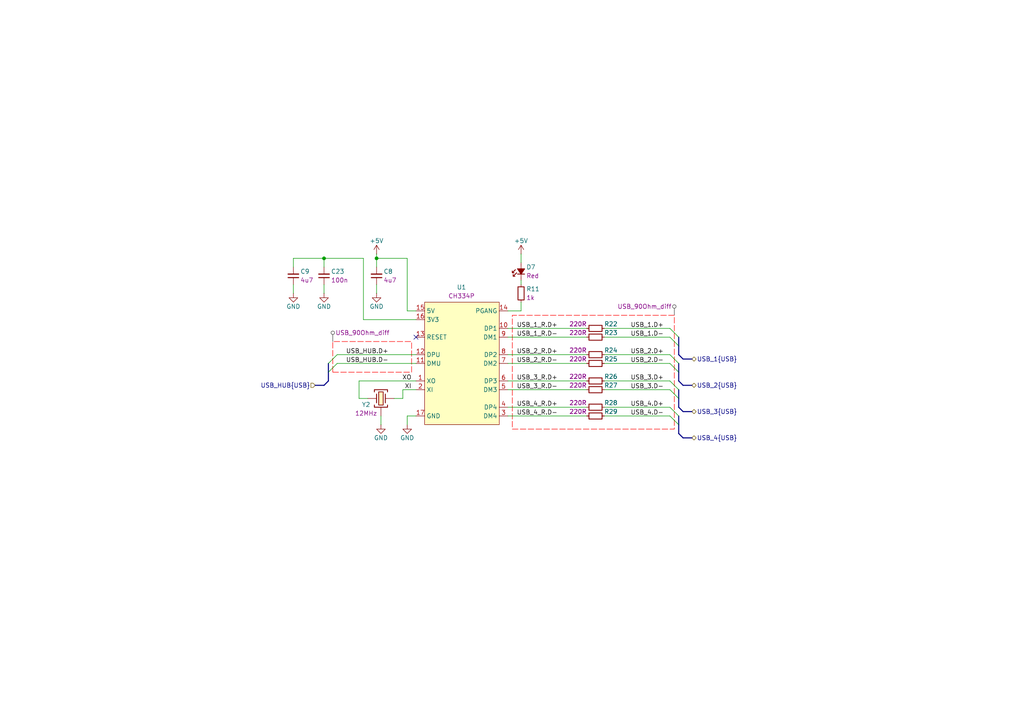
<source format=kicad_sch>
(kicad_sch (version 20250114) (generator "eeschema") (generator_version "9.0")
  (paper "A4")
  (title_block (title "ModuCard CM5 module") (date "2025-07-05") (rev "1.0.0") (company "KoNaR") (comment 1 "Project author: Dominik Pluta"))
  (lib_symbols
    (symbol "DW-ICs:CH334P"
      (property "Reference" "U" (at 38.1 0 0))
      (property "MPN" "CH334P" (at 38.1 -15.24 0))
      (symbol "CH334P_1_1"
        (rectangle (start 2.54 2.54) (end 24.13 -33.02) (fill (type background)))
        (pin power_in line (at 0 0 0) (length 2.54) (name "5V") (number "15"))
        (pin passive line (at 0 -2.54 0) (length 2.54) (name "3V3") (number "16"))
        (pin input line (at 0 -7.62 0) (length 2.54) (name "RESET") (number "13"))
        (pin bidirectional line (at 0 -12.7 0) (length 2.54) (name "DPU") (number "12"))
        (pin bidirectional line (at 0 -15.24 0) (length 2.54) (name "DMU") (number "11"))
        (pin output line (at 0 -20.32 0) (length 2.54) (name "XO") (number "1"))
        (pin input line (at 0 -22.86 0) (length 2.54) (name "XI") (number "2"))
        (pin power_in line (at 0 -30.48 0) (length 2.54) (name "GND") (number "17"))
        (pin bidirectional line (at 26.67 0 180) (length 2.54) (name "PGANG") (number "14"))
        (pin bidirectional line (at 26.67 -5.08 180) (length 2.54) (name "DP1") (number "10"))
        (pin bidirectional line (at 26.67 -7.62 180) (length 2.54) (name "DM1") (number "9"))
        (pin bidirectional line (at 26.67 -12.7 180) (length 2.54) (name "DP2") (number "8"))
        (pin bidirectional line (at 26.67 -15.24 180) (length 2.54) (name "DM2") (number "7"))
        (pin bidirectional line (at 26.67 -20.32 180) (length 2.54) (name "DP3") (number "6"))
        (pin bidirectional line (at 26.67 -22.86 180) (length 2.54) (name "DM3") (number "5"))
        (pin bidirectional line (at 26.67 -27.94 180) (length 2.54) (name "DP4") (number "4"))
        (pin bidirectional line (at 26.67 -30.48 180) (length 2.54) (name "DM4") (number "3"))
      )
    )
    (symbol "DW-capacitors:C-100n-0402" (pin_numbers (hide yes)) (pin_names (hide yes))
      (property "Reference" "C" (at 12.7 0 0))
      (property "Val" "100n" (at 12.7 -20.32 0))
      (symbol "C-100n-0402_0_1"
        (polyline (pts (xy 2.032 -1.524) (xy 2.032 1.524)) (stroke (width 0.3048)))
        (polyline (pts (xy 3.048 -1.524) (xy 3.048 1.524)) (stroke (width 0.3302)))
      )
      (symbol "C-100n-0402_1_1"
        (pin passive line (at 0 0 0) (length 2.032) (name "~") (number "1"))
        (pin passive line (at 5.08 0 180) (length 2.032) (name "~") (number "2"))
      )
    )
    (symbol "DW-capacitors:C-4u7-0402" (pin_numbers (hide yes)) (pin_names (hide yes))
      (property "Reference" "C" (at 12.7 0 0))
      (property "Val" "4u7" (at 12.7 -20.32 0))
      (symbol "C-4u7-0402_0_1"
        (polyline (pts (xy 2.032 -1.524) (xy 2.032 1.524)) (stroke (width 0.3048)))
        (polyline (pts (xy 3.048 -1.524) (xy 3.048 1.524)) (stroke (width 0.3302)))
      )
      (symbol "C-4u7-0402_1_1"
        (pin passive line (at 0 0 0) (length 2.032) (name "~") (number "1"))
        (pin passive line (at 5.08 0 180) (length 2.032) (name "~") (number "2"))
      )
    )
    (symbol "DW-crystals:Crystal_12MHz_X322512MSB4SI" (pin_numbers (hide yes)) (pin_names (hide yes))
      (property "Reference" "Y" (at 16.51 0 0))
      (property "Frequency" "12MHz" (at 16.51 -20.32 0))
      (symbol "Crystal_12MHz_X322512MSB4SI_1_1"
        (polyline (pts (xy 1.905 1.905) (xy 1.905 2.54) (xy 5.715 2.54) (xy 5.715 1.905)) (stroke (width 0.254)))
        (polyline (pts (xy 1.905 -1.905) (xy 1.905 -2.54) (xy 5.715 -2.54) (xy 5.715 -1.905)) (stroke (width 0.254)))
        (polyline (pts (xy 2.54 1.27) (xy 2.54 -1.27)) (stroke (width 0.254)) (fill (type background)))
        (rectangle (start 3.175 1.905) (end 4.445 -1.905) (stroke (width 0.254)) (fill (type background)))
        (polyline (pts (xy 5.08 1.27) (xy 5.08 -1.27)) (stroke (width 0.254)) (fill (type background)))
        (pin passive line (at 0 0 0) (length 2.54) (name "~") (number "1"))
        (pin passive line (at 3.81 -5.08 90) (length 2.54) (name "SH") (number "2"))
        (pin passive line (at 3.81 -5.08 90) (length 2.54) (hide yes) (name "SH") (number "4"))
        (pin passive line (at 7.62 0 180) (length 2.54) (name "~") (number "3"))
      )
    )
    (symbol "DW-diodes:LED-R-0603_KT-0603R" (pin_numbers (hide yes)) (pin_names (hide yes))
      (property "Reference" "D" (at 12.7 0 0))
      (property "Color" "Red" (at 12.7 -20.32 0))
      (symbol "LED-R-0603_KT-0603R_0_1"
        (polyline (pts (xy 1.905 0) (xy 0.635 0)))
        (polyline (pts (xy 4.445 0) (xy 3.175 0)))
      )
      (symbol "LED-R-0603_KT-0603R_1_1"
        (polyline (pts (xy 1.143 2.286) (xy 1.143 1.778) (xy 1.143 2.286) (xy 1.651 2.286) (xy 1.143 2.286) (xy 2.159 1.27)) (stroke (width 0.254)))
        (polyline (pts (xy 1.778 1.016) (xy 1.778 -1.016)) (stroke (width 0.254)))
        (polyline (pts (xy 2.159 2.54) (xy 2.159 2.032) (xy 2.159 2.54) (xy 2.667 2.54) (xy 2.159 2.54) (xy 3.048 1.651)) (stroke (width 0.254)))
        (polyline (pts (xy 3.302 1.016) (xy 3.302 -1.016) (xy 1.778 0) (xy 3.302 1.016)) (stroke (width 0.254)) (fill (type outline)))
        (pin passive line (at 0 0 0) (length 0.635) (name "C") (number "1"))
        (pin passive line (at 5.08 0 180) (length 0.635) (name "A") (number "2"))
      )
    )
    (symbol "DW-power-symbols:+5V" (power) (pin_numbers (hide yes)) (pin_names (offset 0) (hide yes))
      (property "Value" "+5V" (at 0 3.556 0))
      (symbol "+5V_0_1"
        (polyline (pts (xy -0.762 1.27) (xy 0 2.54)))
        (polyline (pts (xy 0 2.54) (xy 0.762 1.27)))
        (polyline (pts (xy 0 0) (xy 0 2.54)))
      )
      (symbol "+5V_1_1"
        (pin power_in line (at 0 0 90) (length 0) (name "~") (number "1"))
      )
    )
    (symbol "DW-power-symbols:GND" (power) (pin_numbers (hide yes)) (pin_names (offset 0) (hide yes))
      (property "Value" "GND" (at 0 -3.81 0))
      (symbol "GND_0_1"
        (polyline (pts (xy 0 0) (xy 0 -1.27) (xy 1.27 -1.27) (xy 0 -2.54) (xy -1.27 -1.27) (xy 0 -1.27)))
      )
      (symbol "GND_1_1"
        (pin power_in line (at 0 0 270) (length 0) (name "~") (number "1"))
      )
    )
    (symbol "DW-resistors:R-1k-0402" (pin_numbers (hide yes)) (pin_names (offset 0) (hide yes))
      (property "Reference" "R" (at 12.7 0 0))
      (property "Val" "1k" (at 12.7 -20.32 0))
      (symbol "R-1k-0402_0_1"
        (rectangle (start 0.635 0.889) (end 4.445 -0.889) (stroke (width 0.254)))
      )
      (symbol "R-1k-0402_1_1"
        (pin passive line (at 0 0 0) (length 0.635) (name "~") (number "1"))
        (pin passive line (at 5.08 0 180) (length 0.635) (name "~") (number "2"))
      )
    )
    (symbol "DW-resistors:R-220r-0402" (pin_numbers (hide yes)) (pin_names (offset 0) (hide yes))
      (property "Reference" "R" (at 12.7 0 0))
      (property "Val" "220R" (at 12.7 -20.32 0))
      (symbol "R-220r-0402_0_1"
        (rectangle (start 0.635 0.889) (end 4.445 -0.889) (stroke (width 0.254)))
      )
      (symbol "R-220r-0402_1_1"
        (pin passive line (at 0 0 0) (length 0.635) (name "~") (number "1"))
        (pin passive line (at 5.08 0 180) (length 0.635) (name "~") (number "2"))
      )
    )
  )
  (junction (at 93.98 74.93))
  (junction (at 109.22 74.93))
  (no_connect (at 120.65 97.79))
  (bus_entry (at 95.25 105.41) (size 2.54 -2.54))
  (bus_entry (at 194.31 105.41) (size 2.54 2.54))
  (bus_entry (at 194.31 118.11) (size 2.54 2.54))
  (bus_entry (at 194.31 110.49) (size 2.54 2.54))
  (bus_entry (at 194.31 120.65) (size 2.54 2.54))
  (bus_entry (at 194.31 95.25) (size 2.54 2.54))
  (bus_entry (at 95.25 107.95) (size 2.54 -2.54))
  (bus_entry (at 194.31 102.87) (size 2.54 2.54))
  (bus_entry (at 194.31 97.79) (size 2.54 2.54))
  (bus_entry (at 194.31 113.03) (size 2.54 2.54))
  (wire (pts (xy 120.65 92.71) (xy 105.41 92.71)))
  (wire (pts (xy 85.09 82.55) (xy 85.09 85.09)))
  (wire (pts (xy 104.14 110.49) (xy 120.65 110.49)))
  (bus (pts (xy 93.98 111.76) (xy 91.44 111.76)))
  (wire (pts (xy 110.49 120.65) (xy 110.49 123.19)))
  (wire (pts (xy 109.22 82.55) (xy 109.22 85.09)))
  (wire (pts (xy 170.18 120.65) (xy 147.32 120.65)))
  (wire (pts (xy 170.18 95.25) (xy 147.32 95.25)))
  (wire (pts (xy 85.09 74.93) (xy 85.09 77.47)))
  (wire (pts (xy 120.65 105.41) (xy 97.79 105.41)))
  (wire (pts (xy 175.26 102.87) (xy 194.31 102.87)))
  (bus (pts (xy 196.85 115.57) (xy 196.85 118.11)))
  (wire (pts (xy 116.84 115.57) (xy 116.84 113.03)))
  (wire (pts (xy 93.98 82.55) (xy 93.98 85.09)))
  (bus (pts (xy 95.25 105.41) (xy 95.25 107.95)))
  (bus (pts (xy 196.85 107.95) (xy 196.85 110.49)))
  (bus (pts (xy 200.66 127) (xy 198.12 127)))
  (wire (pts (xy 170.18 118.11) (xy 147.32 118.11)))
  (bus (pts (xy 196.85 100.33) (xy 196.85 102.87)))
  (wire (pts (xy 109.22 73.66) (xy 109.22 74.93)))
  (wire (pts (xy 118.11 123.19) (xy 118.11 120.65)))
  (wire (pts (xy 105.41 92.71) (xy 105.41 74.93)))
  (wire (pts (xy 118.11 120.65) (xy 120.65 120.65)))
  (wire (pts (xy 120.65 102.87) (xy 97.79 102.87)))
  (wire (pts (xy 170.18 110.49) (xy 147.32 110.49)))
  (bus (pts (xy 200.66 111.76) (xy 198.12 111.76)))
  (bus (pts (xy 196.85 125.73) (xy 198.12 127)))
  (wire (pts (xy 104.14 110.49) (xy 104.14 115.57)))
  (wire (pts (xy 105.41 74.93) (xy 93.98 74.93)))
  (wire (pts (xy 118.11 90.17) (xy 118.11 74.93)))
  (wire (pts (xy 116.84 113.03) (xy 120.65 113.03)))
  (wire (pts (xy 170.18 105.41) (xy 147.32 105.41)))
  (bus (pts (xy 196.85 97.79) (xy 196.85 100.33)))
  (wire (pts (xy 114.3 115.57) (xy 116.84 115.57)))
  (bus (pts (xy 200.66 104.14) (xy 198.12 104.14)))
  (wire (pts (xy 151.13 82.55) (xy 151.13 81.28)))
  (wire (pts (xy 151.13 87.63) (xy 151.13 90.17)))
  (wire (pts (xy 175.26 113.03) (xy 194.31 113.03)))
  (wire (pts (xy 93.98 74.93) (xy 93.98 77.47)))
  (bus (pts (xy 93.98 111.76) (xy 95.25 110.49)))
  (bus (pts (xy 196.85 123.19) (xy 196.85 125.73)))
  (bus (pts (xy 196.85 113.03) (xy 196.85 115.57)))
  (wire (pts (xy 120.65 90.17) (xy 118.11 90.17)))
  (bus (pts (xy 196.85 110.49) (xy 198.12 111.76)))
  (wire (pts (xy 170.18 102.87) (xy 147.32 102.87)))
  (bus (pts (xy 95.25 107.95) (xy 95.25 110.49)))
  (bus (pts (xy 200.66 119.38) (xy 198.12 119.38)))
  (bus (pts (xy 196.85 105.41) (xy 196.85 107.95)))
  (wire (pts (xy 175.26 95.25) (xy 194.31 95.25)))
  (wire (pts (xy 109.22 74.93) (xy 109.22 77.47)))
  (wire (pts (xy 104.14 115.57) (xy 106.68 115.57)))
  (wire (pts (xy 175.26 120.65) (xy 194.31 120.65)))
  (wire (pts (xy 85.09 74.93) (xy 93.98 74.93)))
  (wire (pts (xy 175.26 110.49) (xy 194.31 110.49)))
  (wire (pts (xy 175.26 105.41) (xy 194.31 105.41)))
  (wire (pts (xy 170.18 97.79) (xy 147.32 97.79)))
  (bus (pts (xy 196.85 118.11) (xy 198.12 119.38)))
  (wire (pts (xy 175.26 118.11) (xy 194.31 118.11)))
  (bus (pts (xy 196.85 120.65) (xy 196.85 123.19)))
  (wire (pts (xy 151.13 90.17) (xy 147.32 90.17)))
  (wire (pts (xy 118.11 74.93) (xy 109.22 74.93)))
  (wire (pts (xy 151.13 76.2) (xy 151.13 73.66)))
  (bus (pts (xy 196.85 102.87) (xy 198.12 104.14)))
  (wire (pts (xy 170.18 113.03) (xy 147.32 113.03)))
  (wire (pts (xy 175.26 97.79) (xy 194.31 97.79)))
  (label "USB_1_R.D-" (at 149.86 97.79 0))
  (label "USB_4_R.D-" (at 149.86 120.65 0))
  (label "USB_1.D+" (at 182.88 95.25 0))
  (label "USB_1.D-" (at 182.88 97.79 0))
  (label "USB_2.D-" (at 182.88 105.41 0))
  (label "XI" (at 119.38 113.03 180))
  (label "XO" (at 119.38 110.49 180))
  (label "USB_3_R.D-" (at 149.86 113.03 0))
  (label "USB_4_R.D+" (at 149.86 118.11 0))
  (label "USB_1_R.D+" (at 149.86 95.25 0))
  (label "USB_4.D-" (at 182.88 120.65 0))
  (label "USB_4.D+" (at 182.88 118.11 0))
  (label "USB_2_R.D-" (at 149.86 105.41 0))
  (label "USB_HUB.D-" (at 100.33 105.41 0))
  (label "USB_3.D-" (at 182.88 113.03 0))
  (label "USB_HUB.D+" (at 100.33 102.87 0))
  (label "USB_2.D+" (at 182.88 102.87 0))
  (label "USB_3_R.D+" (at 149.86 110.49 0))
  (label "USB_2_R.D+" (at 149.86 102.87 0))
  (label "USB_3.D+" (at 182.88 110.49 0))
  (hierarchical_label "USB_4{USB}" (shape bidirectional) (at 200.66 127 0))
  (hierarchical_label "USB_3{USB}" (shape bidirectional) (at 200.66 119.38 0))
  (hierarchical_label "USB_HUB{USB}" (shape input) (at 91.44 111.76 180))
  (hierarchical_label "USB_1{USB}" (shape bidirectional) (at 200.66 104.14 0))
  (hierarchical_label "USB_2{USB}" (shape bidirectional) (at 200.66 111.76 0))
  (rule_area (polyline (pts (xy 148.59 124.46) (xy 195.58 124.46) (xy 195.58 91.44) (xy 148.59 91.44)) (stroke (width 0) (type dash))))
  (rule_area (polyline (pts (xy 96.52 107.95) (xy 119.38 107.95) (xy 119.38 99.06) (xy 96.52 99.06)) (stroke (width 0) (type dash))))
  (netclass_flag "" (length 2.54) (shape round) (at 96.52 99.06 0) (property "Netclass" "USB_90Ohm_diff" (at 97.282 96.52 0) (effects (justify left))))
  (netclass_flag "" (length 2.54) (shape round) (at 195.58 91.44 0) (property "Netclass" "USB_90Ohm_diff" (at 194.818 88.9 0) (effects (justify right))))
  (symbol (lib_id "DW-diodes:LED-R-0603_KT-0603R") (at 151.13 81.28 90) (unit 1)
    (property "Reference" "D7" (at 152.654 77.47 90) (effects (justify right)))
    (property "Value" "LED-R-0603_KT-0603R" (effects (hide yes)))
    (property "Footprint" "DW-footprints:LED_0603_1608Metric_R" (effects (hide yes)))
    (property "Datasheet" "https://lcsc.com/datasheet/lcsc_datasheet_2507101606_Hubei-KENTO-Elec-KT-0603R_C2286.pdf" (effects (hide yes)))
    (property "Description" "-40℃~+85℃ Red 0603 LED Indication - Discrete ROHS" (effects (hide yes)))
    (property "Manufacturer" "Hubei KENTO Elec" (effects (hide yes)))
    (property "MPN" "KT-0603R" (effects (hide yes)))
    (property "LCSC" "C2286" (effects (hide yes)))
    (property "Color" "Red" (at 152.654 80.01 90) (effects (justify right)))
    (property "Forward voltage" "1.8V-2.4V " (effects (hide yes)))
  )
  (symbol (lib_id "DW-ICs:CH334P") (at 120.65 90.17 0) (unit 1)
    (property "Reference" "U1" (at 133.858 83.312 0))
    (property "Value" "CH334P" (effects (hide yes)))
    (property "Footprint" "DW-footprints:QFN-16-1EP_3x3mm_P0.5mm_EP1.75x1.75mm" (effects (hide yes)))
    (property "Datasheet" "https://lcsc.com/datasheet/lcsc_datasheet_2408131044_WCH-Jiangsu-Qin-Heng-CH334P_C5373042.pdf" (effects (hide yes)))
    (property "Description" "4 Port USB Hub with MTT" (effects (hide yes)))
    (property "Manufacturer" "WCH" (effects (hide yes)))
    (property "MPN" "CH334P" (at 133.858 85.852 0))
    (property "LCSC" "C5373042" (effects (hide yes)))
  )
  (symbol (lib_id "DW-resistors:R-220r-0402") (at 175.26 102.87 0) (mirror y) (unit 1)
    (property "Reference" "R24" (at 175.26 101.6 0) (effects (justify right)))
    (property "Value" "R-220r-0402" (effects (hide yes)))
    (property "Footprint" "DW-footprints:R_0402_1005Metric" (effects (hide yes)))
    (property "Datasheet" "https://lcsc.com/datasheet/lcsc_datasheet_2411221126_UNI-ROYAL-0402WGF220JTCE_C25092.pdf" (effects (hide yes)))
    (property "Description" "62.5mW Thick Film Resistor 50V ±1% ±100ppm/℃ 22Ω 0402 Chip Resistor - Surface Mount ROHS" (effects (hide yes)))
    (property "Manufacturer" "UNI-ROYAL(Uniroyal Elec)" (effects (hide yes)))
    (property "MPN" "0402WGF220JTCE" (effects (hide yes)))
    (property "LCSC" "C25092" (effects (hide yes)))
    (property "Val" "220R" (at 170.18 101.6 0) (effects (justify left)))
    (property "Tolerance" "1%" (effects (hide yes)))
  )
  (symbol (lib_id "DW-power-symbols:GND") (at 85.09 85.09 0) (unit 1)
    (property "Reference" "#PWR062" (effects (hide yes)))
    (property "Value" "GND" (at 85.09 88.9 0))
    (property "Description" "Power symbol creates a global label with name \"GND\" , ground" (effects (hide yes)))
  )
  (symbol (lib_id "DW-power-symbols:GND") (at 110.49 123.19 0) (mirror y) (unit 1)
    (property "Reference" "#PWR058" (effects (hide yes)))
    (property "Value" "GND" (at 110.49 127 0))
    (property "Description" "Power symbol creates a global label with name \"GND\" , ground" (effects (hide yes)))
  )
  (symbol (lib_id "DW-power-symbols:GND") (at 93.98 85.09 0) (unit 1)
    (property "Reference" "#PWR059" (effects (hide yes)))
    (property "Value" "GND" (at 93.98 88.9 0))
    (property "Description" "Power symbol creates a global label with name \"GND\" , ground" (effects (hide yes)))
  )
  (symbol (lib_id "DW-power-symbols:GND") (at 118.11 123.19 0) (unit 1)
    (property "Reference" "#PWR049" (effects (hide yes)))
    (property "Value" "GND" (at 118.11 127 0))
    (property "Description" "Power symbol creates a global label with name \"GND\" , ground" (effects (hide yes)))
  )
  (symbol (lib_id "DW-resistors:R-220r-0402") (at 175.26 97.79 0) (mirror y) (unit 1)
    (property "Reference" "R23" (at 175.26 96.52 0) (effects (justify right)))
    (property "Value" "R-220r-0402" (effects (hide yes)))
    (property "Footprint" "DW-footprints:R_0402_1005Metric" (effects (hide yes)))
    (property "Datasheet" "https://lcsc.com/datasheet/lcsc_datasheet_2411221126_UNI-ROYAL-0402WGF220JTCE_C25092.pdf" (effects (hide yes)))
    (property "Description" "62.5mW Thick Film Resistor 50V ±1% ±100ppm/℃ 22Ω 0402 Chip Resistor - Surface Mount ROHS" (effects (hide yes)))
    (property "Manufacturer" "UNI-ROYAL(Uniroyal Elec)" (effects (hide yes)))
    (property "MPN" "0402WGF220JTCE" (effects (hide yes)))
    (property "LCSC" "C25092" (effects (hide yes)))
    (property "Val" "220R" (at 170.18 96.52 0) (effects (justify left)))
    (property "Tolerance" "1%" (effects (hide yes)))
  )
  (symbol (lib_id "DW-resistors:R-1k-0402") (at 151.13 87.63 90) (unit 1)
    (property "Reference" "R11" (at 152.654 83.82 90) (effects (justify right)))
    (property "Value" "R-1k-0402" (effects (hide yes)))
    (property "Footprint" "DW-footprints:R_0402_1005Metric" (effects (hide yes)))
    (property "Datasheet" "https://lcsc.com/datasheet/lcsc_datasheet_2411221126_UNI-ROYAL-Uniroyal-Elec-0402WGF1001TCE_C11702.pdf" (effects (hide yes)))
    (property "Description" "62.5mW Thick Film Resistor 50V ±100ppm/℃ ±1% 1kΩ 0402 Chip Resistor - Surface Mount ROHS" (effects (hide yes)))
    (property "Manufacturer" "UNI-ROYAL(Uniroyal Elec)" (effects (hide yes)))
    (property "MPN" "0402WGF1001TCE" (effects (hide yes)))
    (property "LCSC" "C11702" (effects (hide yes)))
    (property "Val" "1k" (at 152.654 86.36 90) (effects (justify right)))
    (property "Tolerance" "1%" (effects (hide yes)))
  )
  (symbol (lib_id "DW-resistors:R-220r-0402") (at 175.26 118.11 0) (mirror y) (unit 1)
    (property "Reference" "R28" (at 175.26 116.84 0) (effects (justify right)))
    (property "Value" "R-220r-0402" (effects (hide yes)))
    (property "Footprint" "DW-footprints:R_0402_1005Metric" (effects (hide yes)))
    (property "Datasheet" "https://lcsc.com/datasheet/lcsc_datasheet_2411221126_UNI-ROYAL-0402WGF220JTCE_C25092.pdf" (effects (hide yes)))
    (property "Description" "62.5mW Thick Film Resistor 50V ±1% ±100ppm/℃ 22Ω 0402 Chip Resistor - Surface Mount ROHS" (effects (hide yes)))
    (property "Manufacturer" "UNI-ROYAL(Uniroyal Elec)" (effects (hide yes)))
    (property "MPN" "0402WGF220JTCE" (effects (hide yes)))
    (property "LCSC" "C25092" (effects (hide yes)))
    (property "Val" "220R" (at 170.18 116.84 0) (effects (justify left)))
    (property "Tolerance" "1%" (effects (hide yes)))
  )
  (symbol (lib_id "DW-resistors:R-220r-0402") (at 175.26 95.25 0) (mirror y) (unit 1)
    (property "Reference" "R22" (at 175.26 93.98 0) (effects (justify right)))
    (property "Value" "R-220r-0402" (effects (hide yes)))
    (property "Footprint" "DW-footprints:R_0402_1005Metric" (effects (hide yes)))
    (property "Datasheet" "https://lcsc.com/datasheet/lcsc_datasheet_2411221126_UNI-ROYAL-0402WGF220JTCE_C25092.pdf" (effects (hide yes)))
    (property "Description" "62.5mW Thick Film Resistor 50V ±1% ±100ppm/℃ 22Ω 0402 Chip Resistor - Surface Mount ROHS" (effects (hide yes)))
    (property "Manufacturer" "UNI-ROYAL(Uniroyal Elec)" (effects (hide yes)))
    (property "MPN" "0402WGF220JTCE" (effects (hide yes)))
    (property "LCSC" "C25092" (effects (hide yes)))
    (property "Val" "220R" (at 170.18 93.98 0) (effects (justify left)))
    (property "Tolerance" "1%" (effects (hide yes)))
  )
  (symbol (lib_id "DW-resistors:R-220r-0402") (at 175.26 110.49 0) (mirror y) (unit 1)
    (property "Reference" "R26" (at 175.26 109.22 0) (effects (justify right)))
    (property "Value" "R-220r-0402" (effects (hide yes)))
    (property "Footprint" "DW-footprints:R_0402_1005Metric" (effects (hide yes)))
    (property "Datasheet" "https://lcsc.com/datasheet/lcsc_datasheet_2411221126_UNI-ROYAL-0402WGF220JTCE_C25092.pdf" (effects (hide yes)))
    (property "Description" "62.5mW Thick Film Resistor 50V ±1% ±100ppm/℃ 22Ω 0402 Chip Resistor - Surface Mount ROHS" (effects (hide yes)))
    (property "Manufacturer" "UNI-ROYAL(Uniroyal Elec)" (effects (hide yes)))
    (property "MPN" "0402WGF220JTCE" (effects (hide yes)))
    (property "LCSC" "C25092" (effects (hide yes)))
    (property "Val" "220R" (at 170.18 109.22 0) (effects (justify left)))
    (property "Tolerance" "1%" (effects (hide yes)))
  )
  (symbol (lib_id "DW-capacitors:C-100n-0402") (at 93.98 82.55 90) (unit 1)
    (property "Reference" "C23" (at 96.012 78.74 90) (effects (justify right)))
    (property "Value" "C-100n-0402" (effects (hide yes)))
    (property "Footprint" "DW-footprints:C_0402_1005Metric" (effects (hide yes)))
    (property "Datasheet" "https://lcsc.com/datasheet/lcsc_datasheet_2304140030_Samsung-Electro-Mechanics-CL05B104KB54PNC_C307331.pdf" (effects (hide yes)))
    (property "Description" "50V 100nF X7R ±10% 0402 Multilayer Ceramic Capacitors MLCC - SMD/SMT ROHS" (effects (hide yes)))
    (property "Manufacturer" "Samsung Electro-Mechanics" (effects (hide yes)))
    (property "MPN" "CL05B104KB54PNC" (effects (hide yes)))
    (property "LCSC" "C307331" (effects (hide yes)))
    (property "Val" "100n" (at 96.012 81.28 90) (effects (justify right)))
    (property "Tolerance" "10%" (effects (hide yes)))
    (property "Voltage" "50V" (effects (hide yes)))
    (property "Dielectric" "X7R" (effects (hide yes)))
  )
  (symbol (lib_id "DW-capacitors:C-4u7-0402") (at 109.22 82.55 90) (unit 1)
    (property "Reference" "C8" (at 111.252 78.74 90) (effects (justify right)))
    (property "Value" "C-4u7-0402" (effects (hide yes)))
    (property "Footprint" "DW-footprints:C_0402_1005Metric" (effects (hide yes)))
    (property "Datasheet" "https://lcsc.com/datasheet/lcsc_datasheet_2304140030_Samsung-Electro-Mechanics-CL05A475MP5NRNC_C23733.pdf" (effects (hide yes)))
    (property "Description" "10V 4.7uF X5R ±20% 0402 Multilayer Ceramic Capacitors MLCC - SMD/SMT ROHS" (effects (hide yes)))
    (property "Manufacturer" "Samsung Electro-Mechanics" (effects (hide yes)))
    (property "MPN" "CL05A475MP5NRNC" (effects (hide yes)))
    (property "LCSC" "C23733" (effects (hide yes)))
    (property "Val" "4u7" (at 111.252 81.28 90) (effects (justify right)))
    (property "Tolerance" "20%" (effects (hide yes)))
    (property "Voltage" "10V" (effects (hide yes)))
    (property "Dielectric" "X5R" (effects (hide yes)))
  )
  (symbol (lib_id "DW-capacitors:C-4u7-0402") (at 85.09 82.55 90) (unit 1)
    (property "Reference" "C9" (at 87.122 78.74 90) (effects (justify right)))
    (property "Value" "C-4u7-0402" (effects (hide yes)))
    (property "Footprint" "DW-footprints:C_0402_1005Metric" (effects (hide yes)))
    (property "Datasheet" "https://lcsc.com/datasheet/lcsc_datasheet_2304140030_Samsung-Electro-Mechanics-CL05A475MP5NRNC_C23733.pdf" (effects (hide yes)))
    (property "Description" "10V 4.7uF X5R ±20% 0402 Multilayer Ceramic Capacitors MLCC - SMD/SMT ROHS" (effects (hide yes)))
    (property "Manufacturer" "Samsung Electro-Mechanics" (effects (hide yes)))
    (property "MPN" "CL05A475MP5NRNC" (effects (hide yes)))
    (property "LCSC" "C23733" (effects (hide yes)))
    (property "Val" "4u7" (at 87.122 81.28 90) (effects (justify right)))
    (property "Tolerance" "20%" (effects (hide yes)))
    (property "Voltage" "10V" (effects (hide yes)))
    (property "Dielectric" "X5R" (effects (hide yes)))
  )
  (symbol (lib_id "DW-resistors:R-220r-0402") (at 175.26 105.41 0) (mirror y) (unit 1)
    (property "Reference" "R25" (at 175.26 104.14 0) (effects (justify right)))
    (property "Value" "R-220r-0402" (effects (hide yes)))
    (property "Footprint" "DW-footprints:R_0402_1005Metric" (effects (hide yes)))
    (property "Datasheet" "https://lcsc.com/datasheet/lcsc_datasheet_2411221126_UNI-ROYAL-0402WGF220JTCE_C25092.pdf" (effects (hide yes)))
    (property "Description" "62.5mW Thick Film Resistor 50V ±1% ±100ppm/℃ 22Ω 0402 Chip Resistor - Surface Mount ROHS" (effects (hide yes)))
    (property "Manufacturer" "UNI-ROYAL(Uniroyal Elec)" (effects (hide yes)))
    (property "MPN" "0402WGF220JTCE" (effects (hide yes)))
    (property "LCSC" "C25092" (effects (hide yes)))
    (property "Val" "220R" (at 170.18 104.14 0) (effects (justify left)))
    (property "Tolerance" "1%" (effects (hide yes)))
  )
  (symbol (lib_id "DW-power-symbols:+5V") (at 151.13 73.66 0) (unit 1)
    (property "Reference" "#PWR042" (effects (hide yes)))
    (property "Value" "+5V" (at 151.13 69.85 0))
    (property "Description" "Power symbol creates a global label with name \"+5V\"" (effects (hide yes)))
  )
  (symbol (lib_id "DW-resistors:R-220r-0402") (at 175.26 113.03 0) (mirror y) (unit 1)
    (property "Reference" "R27" (at 175.26 111.76 0) (effects (justify right)))
    (property "Value" "R-220r-0402" (effects (hide yes)))
    (property "Footprint" "DW-footprints:R_0402_1005Metric" (effects (hide yes)))
    (property "Datasheet" "https://lcsc.com/datasheet/lcsc_datasheet_2411221126_UNI-ROYAL-0402WGF220JTCE_C25092.pdf" (effects (hide yes)))
    (property "Description" "62.5mW Thick Film Resistor 50V ±1% ±100ppm/℃ 22Ω 0402 Chip Resistor - Surface Mount ROHS" (effects (hide yes)))
    (property "Manufacturer" "UNI-ROYAL(Uniroyal Elec)" (effects (hide yes)))
    (property "MPN" "0402WGF220JTCE" (effects (hide yes)))
    (property "LCSC" "C25092" (effects (hide yes)))
    (property "Val" "220R" (at 170.18 111.76 0) (effects (justify left)))
    (property "Tolerance" "1%" (effects (hide yes)))
  )
  (symbol (lib_id "DW-resistors:R-220r-0402") (at 175.26 120.65 0) (mirror y) (unit 1)
    (property "Reference" "R29" (at 175.26 119.38 0) (effects (justify right)))
    (property "Value" "R-220r-0402" (effects (hide yes)))
    (property "Footprint" "DW-footprints:R_0402_1005Metric" (effects (hide yes)))
    (property "Datasheet" "https://lcsc.com/datasheet/lcsc_datasheet_2411221126_UNI-ROYAL-0402WGF220JTCE_C25092.pdf" (effects (hide yes)))
    (property "Description" "62.5mW Thick Film Resistor 50V ±1% ±100ppm/℃ 22Ω 0402 Chip Resistor - Surface Mount ROHS" (effects (hide yes)))
    (property "Manufacturer" "UNI-ROYAL(Uniroyal Elec)" (effects (hide yes)))
    (property "MPN" "0402WGF220JTCE" (effects (hide yes)))
    (property "LCSC" "C25092" (effects (hide yes)))
    (property "Val" "220R" (at 170.18 119.38 0) (effects (justify left)))
    (property "Tolerance" "1%" (effects (hide yes)))
  )
  (symbol (lib_id "DW-crystals:Crystal_12MHz_X322512MSB4SI") (at 106.68 115.57 0) (unit 1)
    (property "Reference" "Y2" (at 106.172 117.348 0))
    (property "Value" "X322512MSB4SI" (effects (hide yes)))
    (property "Footprint" "DW-footprints:Crystal_SMD_3225-4Pin_3.2x2.5mm" (effects (hide yes)))
    (property "Datasheet" "https://www.lcsc.com/datasheet/lcsc_datasheet_2403291504_YXC-Crystal-Oscillators-X322512MSB4SI_C9002.pdf" (effects (hide yes)))
    (property "Description" "12MHz Surface Mount Crystal 20pF ±10ppm ±20ppm SMD3225-4P Crystals ROHS" (effects (hide yes)))
    (property "Manufacturer" "Yangxing Technology" (effects (hide yes)))
    (property "MPN" "X322512MSB4SI" (effects (hide yes)))
    (property "LCSC" "C9002" (effects (hide yes)))
    (property "Frequency" "12MHz" (at 106.172 119.888 0))
    (property "Frequency Stability" "±30ppm" (effects (hide yes)))
    (property "Frequency Tolerance" "±10ppm" (effects (hide yes)))
    (property "Load Capacitance" "20pF" (effects (hide yes)))
  )
  (symbol (lib_id "DW-power-symbols:+5V") (at 109.22 73.66 0) (unit 1)
    (property "Reference" "#PWR034" (effects (hide yes)))
    (property "Value" "+5V" (at 109.22 69.85 0))
    (property "Description" "Power symbol creates a global label with name \"+5V\"" (effects (hide yes)))
  )
  (symbol (lib_id "DW-power-symbols:GND") (at 109.22 85.09 0) (mirror y) (unit 1)
    (property "Reference" "#PWR047" (effects (hide yes)))
    (property "Value" "GND" (at 109.22 88.9 0))
    (property "Description" "Power symbol creates a global label with name \"GND\" , ground" (effects (hide yes)))
  )
)
</source>
